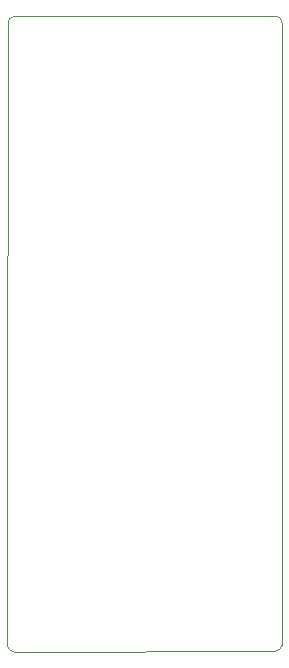
<source format=gm1>
G04 #@! TF.GenerationSoftware,KiCad,Pcbnew,(5.1.5-0-10_14)*
G04 #@! TF.CreationDate,2021-06-11T17:19:42+03:00*
G04 #@! TF.ProjectId,Wyse-converter,57797365-2d63-46f6-9e76-65727465722e,rev?*
G04 #@! TF.SameCoordinates,Original*
G04 #@! TF.FileFunction,Profile,NP*
%FSLAX46Y46*%
G04 Gerber Fmt 4.6, Leading zero omitted, Abs format (unit mm)*
G04 Created by KiCad (PCBNEW (5.1.5-0-10_14)) date 2021-06-11 17:19:42*
%MOMM*%
%LPD*%
G04 APERTURE LIST*
%ADD10C,0.050000*%
G04 APERTURE END LIST*
D10*
X114120000Y-100760000D02*
G75*
G02X113550000Y-101330000I-570000J0D01*
G01*
X91440000Y-101370000D02*
G75*
G02X90870000Y-100800000I0J570000D01*
G01*
X90860000Y-87790000D02*
X90870000Y-100800000D01*
X114120000Y-87690000D02*
X114120000Y-100760000D01*
X113580000Y-47550000D02*
X91490000Y-47570000D01*
X113580000Y-47550000D02*
G75*
G02X114130000Y-48100000I0J-550000D01*
G01*
X90920000Y-48140000D02*
G75*
G02X91490000Y-47570000I570000J0D01*
G01*
X91440000Y-101370000D02*
X113550000Y-101330000D01*
X90920000Y-48140000D02*
X90860000Y-87790000D01*
X114130000Y-48100000D02*
X114120000Y-87690000D01*
M02*

</source>
